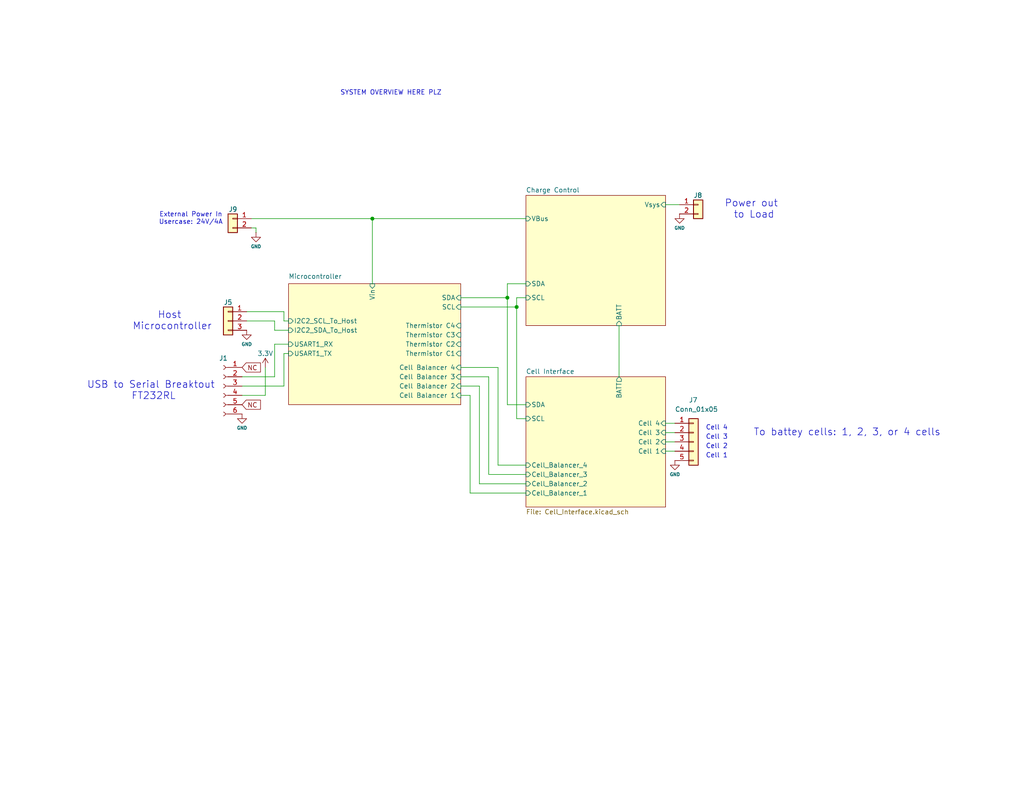
<source format=kicad_sch>
(kicad_sch
	(version 20250114)
	(generator "eeschema")
	(generator_version "9.0")
	(uuid "1ea1a1f5-2618-4570-85b6-e164c8f0e76f")
	(paper "A")
	(title_block
		(title "Battery Management System")
		(date "2025-04-21")
		(rev "0.0.4")
		(company "Portland State University")
		(comment 1 "Fernando Custodio, Tyler Tran")
		(comment 2 "Daniel Anishchenko, Cuauhtemoc Gomez, Cody Reid")
		(comment 3 "Capstone - Team #6")
	)
	(lib_symbols
		(symbol "Connector:Conn_01x06_Socket"
			(pin_names
				(offset 1.016)
				(hide yes)
			)
			(exclude_from_sim no)
			(in_bom yes)
			(on_board yes)
			(property "Reference" "J"
				(at 0 7.62 0)
				(effects
					(font
						(size 1.27 1.27)
					)
				)
			)
			(property "Value" "Conn_01x06_Socket"
				(at 0 -10.16 0)
				(effects
					(font
						(size 1.27 1.27)
					)
				)
			)
			(property "Footprint" ""
				(at 0 0 0)
				(effects
					(font
						(size 1.27 1.27)
					)
					(hide yes)
				)
			)
			(property "Datasheet" "~"
				(at 0 0 0)
				(effects
					(font
						(size 1.27 1.27)
					)
					(hide yes)
				)
			)
			(property "Description" "Generic connector, single row, 01x06, script generated"
				(at 0 0 0)
				(effects
					(font
						(size 1.27 1.27)
					)
					(hide yes)
				)
			)
			(property "ki_locked" ""
				(at 0 0 0)
				(effects
					(font
						(size 1.27 1.27)
					)
				)
			)
			(property "ki_keywords" "connector"
				(at 0 0 0)
				(effects
					(font
						(size 1.27 1.27)
					)
					(hide yes)
				)
			)
			(property "ki_fp_filters" "Connector*:*_1x??_*"
				(at 0 0 0)
				(effects
					(font
						(size 1.27 1.27)
					)
					(hide yes)
				)
			)
			(symbol "Conn_01x06_Socket_1_1"
				(polyline
					(pts
						(xy -1.27 5.08) (xy -0.508 5.08)
					)
					(stroke
						(width 0.1524)
						(type default)
					)
					(fill
						(type none)
					)
				)
				(polyline
					(pts
						(xy -1.27 2.54) (xy -0.508 2.54)
					)
					(stroke
						(width 0.1524)
						(type default)
					)
					(fill
						(type none)
					)
				)
				(polyline
					(pts
						(xy -1.27 0) (xy -0.508 0)
					)
					(stroke
						(width 0.1524)
						(type default)
					)
					(fill
						(type none)
					)
				)
				(polyline
					(pts
						(xy -1.27 -2.54) (xy -0.508 -2.54)
					)
					(stroke
						(width 0.1524)
						(type default)
					)
					(fill
						(type none)
					)
				)
				(polyline
					(pts
						(xy -1.27 -5.08) (xy -0.508 -5.08)
					)
					(stroke
						(width 0.1524)
						(type default)
					)
					(fill
						(type none)
					)
				)
				(polyline
					(pts
						(xy -1.27 -7.62) (xy -0.508 -7.62)
					)
					(stroke
						(width 0.1524)
						(type default)
					)
					(fill
						(type none)
					)
				)
				(arc
					(start 0 4.572)
					(mid -0.5058 5.08)
					(end 0 5.588)
					(stroke
						(width 0.1524)
						(type default)
					)
					(fill
						(type none)
					)
				)
				(arc
					(start 0 2.032)
					(mid -0.5058 2.54)
					(end 0 3.048)
					(stroke
						(width 0.1524)
						(type default)
					)
					(fill
						(type none)
					)
				)
				(arc
					(start 0 -0.508)
					(mid -0.5058 0)
					(end 0 0.508)
					(stroke
						(width 0.1524)
						(type default)
					)
					(fill
						(type none)
					)
				)
				(arc
					(start 0 -3.048)
					(mid -0.5058 -2.54)
					(end 0 -2.032)
					(stroke
						(width 0.1524)
						(type default)
					)
					(fill
						(type none)
					)
				)
				(arc
					(start 0 -5.588)
					(mid -0.5058 -5.08)
					(end 0 -4.572)
					(stroke
						(width 0.1524)
						(type default)
					)
					(fill
						(type none)
					)
				)
				(arc
					(start 0 -8.128)
					(mid -0.5058 -7.62)
					(end 0 -7.112)
					(stroke
						(width 0.1524)
						(type default)
					)
					(fill
						(type none)
					)
				)
				(pin passive line
					(at -5.08 5.08 0)
					(length 3.81)
					(name "Pin_1"
						(effects
							(font
								(size 1.27 1.27)
							)
						)
					)
					(number "1"
						(effects
							(font
								(size 1.27 1.27)
							)
						)
					)
				)
				(pin passive line
					(at -5.08 2.54 0)
					(length 3.81)
					(name "Pin_2"
						(effects
							(font
								(size 1.27 1.27)
							)
						)
					)
					(number "2"
						(effects
							(font
								(size 1.27 1.27)
							)
						)
					)
				)
				(pin passive line
					(at -5.08 0 0)
					(length 3.81)
					(name "Pin_3"
						(effects
							(font
								(size 1.27 1.27)
							)
						)
					)
					(number "3"
						(effects
							(font
								(size 1.27 1.27)
							)
						)
					)
				)
				(pin passive line
					(at -5.08 -2.54 0)
					(length 3.81)
					(name "Pin_4"
						(effects
							(font
								(size 1.27 1.27)
							)
						)
					)
					(number "4"
						(effects
							(font
								(size 1.27 1.27)
							)
						)
					)
				)
				(pin passive line
					(at -5.08 -5.08 0)
					(length 3.81)
					(name "Pin_5"
						(effects
							(font
								(size 1.27 1.27)
							)
						)
					)
					(number "5"
						(effects
							(font
								(size 1.27 1.27)
							)
						)
					)
				)
				(pin passive line
					(at -5.08 -7.62 0)
					(length 3.81)
					(name "Pin_6"
						(effects
							(font
								(size 1.27 1.27)
							)
						)
					)
					(number "6"
						(effects
							(font
								(size 1.27 1.27)
							)
						)
					)
				)
			)
			(embedded_fonts no)
		)
		(symbol "Connector_Generic:Conn_01x02"
			(pin_names
				(offset 1.016)
				(hide yes)
			)
			(exclude_from_sim no)
			(in_bom yes)
			(on_board yes)
			(property "Reference" "J"
				(at 0 2.54 0)
				(effects
					(font
						(size 1.27 1.27)
					)
				)
			)
			(property "Value" "Conn_01x02"
				(at 0 -5.08 0)
				(effects
					(font
						(size 1.27 1.27)
					)
				)
			)
			(property "Footprint" ""
				(at 0 0 0)
				(effects
					(font
						(size 1.27 1.27)
					)
					(hide yes)
				)
			)
			(property "Datasheet" "~"
				(at 0 0 0)
				(effects
					(font
						(size 1.27 1.27)
					)
					(hide yes)
				)
			)
			(property "Description" "Generic connector, single row, 01x02, script generated (kicad-library-utils/schlib/autogen/connector/)"
				(at 0 0 0)
				(effects
					(font
						(size 1.27 1.27)
					)
					(hide yes)
				)
			)
			(property "ki_keywords" "connector"
				(at 0 0 0)
				(effects
					(font
						(size 1.27 1.27)
					)
					(hide yes)
				)
			)
			(property "ki_fp_filters" "Connector*:*_1x??_*"
				(at 0 0 0)
				(effects
					(font
						(size 1.27 1.27)
					)
					(hide yes)
				)
			)
			(symbol "Conn_01x02_1_1"
				(rectangle
					(start -1.27 1.27)
					(end 1.27 -3.81)
					(stroke
						(width 0.254)
						(type default)
					)
					(fill
						(type background)
					)
				)
				(rectangle
					(start -1.27 0.127)
					(end 0 -0.127)
					(stroke
						(width 0.1524)
						(type default)
					)
					(fill
						(type none)
					)
				)
				(rectangle
					(start -1.27 -2.413)
					(end 0 -2.667)
					(stroke
						(width 0.1524)
						(type default)
					)
					(fill
						(type none)
					)
				)
				(pin passive line
					(at -5.08 0 0)
					(length 3.81)
					(name "Pin_1"
						(effects
							(font
								(size 1.27 1.27)
							)
						)
					)
					(number "1"
						(effects
							(font
								(size 1.27 1.27)
							)
						)
					)
				)
				(pin passive line
					(at -5.08 -2.54 0)
					(length 3.81)
					(name "Pin_2"
						(effects
							(font
								(size 1.27 1.27)
							)
						)
					)
					(number "2"
						(effects
							(font
								(size 1.27 1.27)
							)
						)
					)
				)
			)
			(embedded_fonts no)
		)
		(symbol "Connector_Generic:Conn_01x03"
			(pin_names
				(offset 1.016)
				(hide yes)
			)
			(exclude_from_sim no)
			(in_bom yes)
			(on_board yes)
			(property "Reference" "J"
				(at 0 5.08 0)
				(effects
					(font
						(size 1.27 1.27)
					)
				)
			)
			(property "Value" "Conn_01x03"
				(at 0 -5.08 0)
				(effects
					(font
						(size 1.27 1.27)
					)
				)
			)
			(property "Footprint" ""
				(at 0 0 0)
				(effects
					(font
						(size 1.27 1.27)
					)
					(hide yes)
				)
			)
			(property "Datasheet" "~"
				(at 0 0 0)
				(effects
					(font
						(size 1.27 1.27)
					)
					(hide yes)
				)
			)
			(property "Description" "Generic connector, single row, 01x03, script generated (kicad-library-utils/schlib/autogen/connector/)"
				(at 0 0 0)
				(effects
					(font
						(size 1.27 1.27)
					)
					(hide yes)
				)
			)
			(property "ki_keywords" "connector"
				(at 0 0 0)
				(effects
					(font
						(size 1.27 1.27)
					)
					(hide yes)
				)
			)
			(property "ki_fp_filters" "Connector*:*_1x??_*"
				(at 0 0 0)
				(effects
					(font
						(size 1.27 1.27)
					)
					(hide yes)
				)
			)
			(symbol "Conn_01x03_1_1"
				(rectangle
					(start -1.27 3.81)
					(end 1.27 -3.81)
					(stroke
						(width 0.254)
						(type default)
					)
					(fill
						(type background)
					)
				)
				(rectangle
					(start -1.27 2.667)
					(end 0 2.413)
					(stroke
						(width 0.1524)
						(type default)
					)
					(fill
						(type none)
					)
				)
				(rectangle
					(start -1.27 0.127)
					(end 0 -0.127)
					(stroke
						(width 0.1524)
						(type default)
					)
					(fill
						(type none)
					)
				)
				(rectangle
					(start -1.27 -2.413)
					(end 0 -2.667)
					(stroke
						(width 0.1524)
						(type default)
					)
					(fill
						(type none)
					)
				)
				(pin passive line
					(at -5.08 2.54 0)
					(length 3.81)
					(name "Pin_1"
						(effects
							(font
								(size 1.27 1.27)
							)
						)
					)
					(number "1"
						(effects
							(font
								(size 1.27 1.27)
							)
						)
					)
				)
				(pin passive line
					(at -5.08 0 0)
					(length 3.81)
					(name "Pin_2"
						(effects
							(font
								(size 1.27 1.27)
							)
						)
					)
					(number "2"
						(effects
							(font
								(size 1.27 1.27)
							)
						)
					)
				)
				(pin passive line
					(at -5.08 -2.54 0)
					(length 3.81)
					(name "Pin_3"
						(effects
							(font
								(size 1.27 1.27)
							)
						)
					)
					(number "3"
						(effects
							(font
								(size 1.27 1.27)
							)
						)
					)
				)
			)
			(embedded_fonts no)
		)
		(symbol "Connector_Generic:Conn_01x05"
			(pin_names
				(offset 1.016)
				(hide yes)
			)
			(exclude_from_sim no)
			(in_bom yes)
			(on_board yes)
			(property "Reference" "J"
				(at 0 7.62 0)
				(effects
					(font
						(size 1.27 1.27)
					)
				)
			)
			(property "Value" "Conn_01x05"
				(at 0 -7.62 0)
				(effects
					(font
						(size 1.27 1.27)
					)
				)
			)
			(property "Footprint" ""
				(at 0 0 0)
				(effects
					(font
						(size 1.27 1.27)
					)
					(hide yes)
				)
			)
			(property "Datasheet" "~"
				(at 0 0 0)
				(effects
					(font
						(size 1.27 1.27)
					)
					(hide yes)
				)
			)
			(property "Description" "Generic connector, single row, 01x05, script generated (kicad-library-utils/schlib/autogen/connector/)"
				(at 0 0 0)
				(effects
					(font
						(size 1.27 1.27)
					)
					(hide yes)
				)
			)
			(property "ki_keywords" "connector"
				(at 0 0 0)
				(effects
					(font
						(size 1.27 1.27)
					)
					(hide yes)
				)
			)
			(property "ki_fp_filters" "Connector*:*_1x??_*"
				(at 0 0 0)
				(effects
					(font
						(size 1.27 1.27)
					)
					(hide yes)
				)
			)
			(symbol "Conn_01x05_1_1"
				(rectangle
					(start -1.27 6.35)
					(end 1.27 -6.35)
					(stroke
						(width 0.254)
						(type default)
					)
					(fill
						(type background)
					)
				)
				(rectangle
					(start -1.27 5.207)
					(end 0 4.953)
					(stroke
						(width 0.1524)
						(type default)
					)
					(fill
						(type none)
					)
				)
				(rectangle
					(start -1.27 2.667)
					(end 0 2.413)
					(stroke
						(width 0.1524)
						(type default)
					)
					(fill
						(type none)
					)
				)
				(rectangle
					(start -1.27 0.127)
					(end 0 -0.127)
					(stroke
						(width 0.1524)
						(type default)
					)
					(fill
						(type none)
					)
				)
				(rectangle
					(start -1.27 -2.413)
					(end 0 -2.667)
					(stroke
						(width 0.1524)
						(type default)
					)
					(fill
						(type none)
					)
				)
				(rectangle
					(start -1.27 -4.953)
					(end 0 -5.207)
					(stroke
						(width 0.1524)
						(type default)
					)
					(fill
						(type none)
					)
				)
				(pin passive line
					(at -5.08 5.08 0)
					(length 3.81)
					(name "Pin_1"
						(effects
							(font
								(size 1.27 1.27)
							)
						)
					)
					(number "1"
						(effects
							(font
								(size 1.27 1.27)
							)
						)
					)
				)
				(pin passive line
					(at -5.08 2.54 0)
					(length 3.81)
					(name "Pin_2"
						(effects
							(font
								(size 1.27 1.27)
							)
						)
					)
					(number "2"
						(effects
							(font
								(size 1.27 1.27)
							)
						)
					)
				)
				(pin passive line
					(at -5.08 0 0)
					(length 3.81)
					(name "Pin_3"
						(effects
							(font
								(size 1.27 1.27)
							)
						)
					)
					(number "3"
						(effects
							(font
								(size 1.27 1.27)
							)
						)
					)
				)
				(pin passive line
					(at -5.08 -2.54 0)
					(length 3.81)
					(name "Pin_4"
						(effects
							(font
								(size 1.27 1.27)
							)
						)
					)
					(number "4"
						(effects
							(font
								(size 1.27 1.27)
							)
						)
					)
				)
				(pin passive line
					(at -5.08 -5.08 0)
					(length 3.81)
					(name "Pin_5"
						(effects
							(font
								(size 1.27 1.27)
							)
						)
					)
					(number "5"
						(effects
							(font
								(size 1.27 1.27)
							)
						)
					)
				)
			)
			(embedded_fonts no)
		)
		(symbol "power:GND"
			(power)
			(pin_numbers
				(hide yes)
			)
			(pin_names
				(offset 0)
				(hide yes)
			)
			(exclude_from_sim no)
			(in_bom yes)
			(on_board yes)
			(property "Reference" "#PWR"
				(at 0 -6.35 0)
				(effects
					(font
						(size 1.27 1.27)
					)
					(hide yes)
				)
			)
			(property "Value" "GND"
				(at 0 -3.81 0)
				(effects
					(font
						(size 1.27 1.27)
					)
				)
			)
			(property "Footprint" ""
				(at 0 0 0)
				(effects
					(font
						(size 1.27 1.27)
					)
					(hide yes)
				)
			)
			(property "Datasheet" ""
				(at 0 0 0)
				(effects
					(font
						(size 1.27 1.27)
					)
					(hide yes)
				)
			)
			(property "Description" "Power symbol creates a global label with name \"GND\" , ground"
				(at 0 0 0)
				(effects
					(font
						(size 1.27 1.27)
					)
					(hide yes)
				)
			)
			(property "ki_keywords" "global power"
				(at 0 0 0)
				(effects
					(font
						(size 1.27 1.27)
					)
					(hide yes)
				)
			)
			(symbol "GND_0_1"
				(polyline
					(pts
						(xy 0 0) (xy 0 -1.27) (xy 1.27 -1.27) (xy 0 -2.54) (xy -1.27 -1.27) (xy 0 -1.27)
					)
					(stroke
						(width 0)
						(type default)
					)
					(fill
						(type none)
					)
				)
			)
			(symbol "GND_1_1"
				(pin power_in line
					(at 0 0 270)
					(length 0)
					(name "~"
						(effects
							(font
								(size 1.27 1.27)
							)
						)
					)
					(number "1"
						(effects
							(font
								(size 1.27 1.27)
							)
						)
					)
				)
			)
			(embedded_fonts no)
		)
		(symbol "power:VCC"
			(power)
			(pin_numbers
				(hide yes)
			)
			(pin_names
				(offset 0)
				(hide yes)
			)
			(exclude_from_sim no)
			(in_bom yes)
			(on_board yes)
			(property "Reference" "#PWR"
				(at 0 -3.81 0)
				(effects
					(font
						(size 1.27 1.27)
					)
					(hide yes)
				)
			)
			(property "Value" "VCC"
				(at 0 3.556 0)
				(effects
					(font
						(size 1.27 1.27)
					)
				)
			)
			(property "Footprint" ""
				(at 0 0 0)
				(effects
					(font
						(size 1.27 1.27)
					)
					(hide yes)
				)
			)
			(property "Datasheet" ""
				(at 0 0 0)
				(effects
					(font
						(size 1.27 1.27)
					)
					(hide yes)
				)
			)
			(property "Description" "Power symbol creates a global label with name \"VCC\""
				(at 0 0 0)
				(effects
					(font
						(size 1.27 1.27)
					)
					(hide yes)
				)
			)
			(property "ki_keywords" "global power"
				(at 0 0 0)
				(effects
					(font
						(size 1.27 1.27)
					)
					(hide yes)
				)
			)
			(symbol "VCC_0_1"
				(polyline
					(pts
						(xy -0.762 1.27) (xy 0 2.54)
					)
					(stroke
						(width 0)
						(type default)
					)
					(fill
						(type none)
					)
				)
				(polyline
					(pts
						(xy 0 2.54) (xy 0.762 1.27)
					)
					(stroke
						(width 0)
						(type default)
					)
					(fill
						(type none)
					)
				)
				(polyline
					(pts
						(xy 0 0) (xy 0 2.54)
					)
					(stroke
						(width 0)
						(type default)
					)
					(fill
						(type none)
					)
				)
			)
			(symbol "VCC_1_1"
				(pin power_in line
					(at 0 0 90)
					(length 0)
					(name "~"
						(effects
							(font
								(size 1.27 1.27)
							)
						)
					)
					(number "1"
						(effects
							(font
								(size 1.27 1.27)
							)
						)
					)
				)
			)
			(embedded_fonts no)
		)
	)
	(text "Cell 3"
		(exclude_from_sim no)
		(at 195.58 119.38 0)
		(effects
			(font
				(size 1.27 1.27)
			)
		)
		(uuid "07891edd-7b62-40e1-b439-ab68dcaf36a5")
	)
	(text "Host \nMicrocontroller"
		(exclude_from_sim no)
		(at 46.99 87.63 0)
		(effects
			(font
				(size 1.905 1.905)
			)
		)
		(uuid "367f4b59-7586-43f3-93e1-d0541687a929")
	)
	(text "Cell 4\n"
		(exclude_from_sim no)
		(at 195.58 116.84 0)
		(effects
			(font
				(size 1.27 1.27)
			)
		)
		(uuid "40b6fcd5-b919-4f59-8a3e-202cb2c474e6")
	)
	(text "To battey cells: 1, 2, 3, or 4 cells"
		(exclude_from_sim no)
		(at 231.14 118.11 0)
		(effects
			(font
				(size 1.905 1.905)
			)
		)
		(uuid "4e211c64-d88f-45fb-a297-293a16146159")
	)
	(text "Cell 2"
		(exclude_from_sim no)
		(at 195.58 121.92 0)
		(effects
			(font
				(size 1.27 1.27)
			)
		)
		(uuid "500d1c11-c248-4737-b123-bb5acde967f4")
	)
	(text "SYSTEM OVERVIEW HERE PLZ"
		(exclude_from_sim no)
		(at 106.68 25.4 0)
		(effects
			(font
				(size 1.27 1.27)
			)
		)
		(uuid "54e5d1d7-bcec-4498-85e2-ef0df3fd90ea")
	)
	(text "Power out \nto Load"
		(exclude_from_sim no)
		(at 205.74 57.15 0)
		(effects
			(font
				(size 1.905 1.905)
			)
		)
		(uuid "61d6a947-b613-4f53-8d4d-8e25fde99b86")
	)
	(text "USB to Serial Breaktout \nFT232RL"
		(exclude_from_sim no)
		(at 41.91 106.68 0)
		(effects
			(font
				(size 1.905 1.905)
			)
		)
		(uuid "6f879bed-714a-4381-ad5e-70b4aaf780d2")
	)
	(text "External Power In\nUsercase: 24V/4A"
		(exclude_from_sim no)
		(at 52.07 59.69 0)
		(effects
			(font
				(size 1.27 1.27)
			)
		)
		(uuid "7a99e2b6-e18a-4e08-8d93-803ddd94bf82")
	)
	(text "Cell 1\n"
		(exclude_from_sim no)
		(at 195.58 124.46 0)
		(effects
			(font
				(size 1.27 1.27)
			)
		)
		(uuid "b461102d-0e53-4541-8c71-91ac2f3ce261")
	)
	(junction
		(at 138.43 81.28)
		(diameter 0)
		(color 0 0 0 0)
		(uuid "1f16a782-7e58-44e6-a051-31aa8b85dd11")
	)
	(junction
		(at 101.6 59.69)
		(diameter 0)
		(color 0 0 0 0)
		(uuid "4cbaf06b-9bf3-4bc2-bb2d-8b17d8b3d9b1")
	)
	(junction
		(at 140.97 83.82)
		(diameter 0)
		(color 0 0 0 0)
		(uuid "db516c99-8f4d-4ea8-bf8f-239145bc01fe")
	)
	(wire
		(pts
			(xy 143.51 114.3) (xy 140.97 114.3)
		)
		(stroke
			(width 0)
			(type default)
		)
		(uuid "0434caae-9c87-4ffc-a2b6-cec925f5aff1")
	)
	(wire
		(pts
			(xy 125.73 81.28) (xy 138.43 81.28)
		)
		(stroke
			(width 0)
			(type default)
		)
		(uuid "04dfb4e0-2091-484d-9778-d2fea84086da")
	)
	(wire
		(pts
			(xy 181.61 123.19) (xy 184.15 123.19)
		)
		(stroke
			(width 0)
			(type default)
		)
		(uuid "07bb2dc4-0037-4372-8863-3eaead60747a")
	)
	(wire
		(pts
			(xy 181.61 115.57) (xy 184.15 115.57)
		)
		(stroke
			(width 0)
			(type default)
		)
		(uuid "0847cfeb-dba7-4e5a-b5f7-bef0b10e5c21")
	)
	(wire
		(pts
			(xy 77.47 85.09) (xy 67.31 85.09)
		)
		(stroke
			(width 0)
			(type default)
		)
		(uuid "08b10c7d-1e5c-4b68-a7b7-53a2b921beb5")
	)
	(wire
		(pts
			(xy 68.58 59.69) (xy 101.6 59.69)
		)
		(stroke
			(width 0)
			(type default)
		)
		(uuid "1b8248b7-1bb9-4087-9e9e-d5019c531149")
	)
	(wire
		(pts
			(xy 125.73 83.82) (xy 140.97 83.82)
		)
		(stroke
			(width 0)
			(type default)
		)
		(uuid "1e02b80f-5512-482b-92d1-5e13700613f9")
	)
	(wire
		(pts
			(xy 66.04 102.87) (xy 74.93 102.87)
		)
		(stroke
			(width 0)
			(type default)
		)
		(uuid "2c4b0ba0-c834-4fc1-9c70-e8dbd6036e06")
	)
	(wire
		(pts
			(xy 138.43 81.28) (xy 138.43 110.49)
		)
		(stroke
			(width 0)
			(type default)
		)
		(uuid "2e3a0946-8b3e-4726-a65a-710eb02640c3")
	)
	(wire
		(pts
			(xy 133.35 129.54) (xy 133.35 102.87)
		)
		(stroke
			(width 0)
			(type default)
		)
		(uuid "33120591-a152-44be-b669-c5126dcd84f7")
	)
	(wire
		(pts
			(xy 168.91 88.9) (xy 168.91 102.87)
		)
		(stroke
			(width 0)
			(type default)
		)
		(uuid "4251412a-c6bc-46a2-ada6-5632f42f3add")
	)
	(wire
		(pts
			(xy 128.27 134.62) (xy 143.51 134.62)
		)
		(stroke
			(width 0)
			(type default)
		)
		(uuid "429196fc-8a90-40de-b6bb-e54622e8cf3a")
	)
	(wire
		(pts
			(xy 74.93 90.17) (xy 78.74 90.17)
		)
		(stroke
			(width 0)
			(type default)
		)
		(uuid "42f46b95-1866-4067-8149-82804351f1f2")
	)
	(wire
		(pts
			(xy 74.93 93.98) (xy 78.74 93.98)
		)
		(stroke
			(width 0)
			(type default)
		)
		(uuid "49be7b07-5382-4ada-b8df-f0678a2338de")
	)
	(wire
		(pts
			(xy 69.85 63.5) (xy 69.85 62.23)
		)
		(stroke
			(width 0)
			(type default)
		)
		(uuid "4afc30cc-3a0d-4122-9b73-1cffcd0b4de6")
	)
	(wire
		(pts
			(xy 135.89 127) (xy 143.51 127)
		)
		(stroke
			(width 0)
			(type default)
		)
		(uuid "527521a1-5e89-4bb0-97ae-991b82581100")
	)
	(wire
		(pts
			(xy 133.35 102.87) (xy 125.73 102.87)
		)
		(stroke
			(width 0)
			(type default)
		)
		(uuid "54432661-f6e9-4b55-953b-21b09150ed6d")
	)
	(wire
		(pts
			(xy 74.93 102.87) (xy 74.93 93.98)
		)
		(stroke
			(width 0)
			(type default)
		)
		(uuid "57876ffd-f133-4320-ae39-dccb3685dc16")
	)
	(wire
		(pts
			(xy 140.97 81.28) (xy 140.97 83.82)
		)
		(stroke
			(width 0)
			(type default)
		)
		(uuid "59b8e277-8fb7-4b16-8c9c-7d4beb67066e")
	)
	(wire
		(pts
			(xy 128.27 107.95) (xy 128.27 134.62)
		)
		(stroke
			(width 0)
			(type default)
		)
		(uuid "5da4fb50-bd2b-44fd-a62c-65180704f91b")
	)
	(wire
		(pts
			(xy 130.81 132.08) (xy 143.51 132.08)
		)
		(stroke
			(width 0)
			(type default)
		)
		(uuid "601e1868-944c-409f-bd84-2d96768b6296")
	)
	(wire
		(pts
			(xy 74.93 90.17) (xy 74.93 87.63)
		)
		(stroke
			(width 0)
			(type default)
		)
		(uuid "7a8e3cb0-f433-4115-99c7-900a258c45e4")
	)
	(wire
		(pts
			(xy 77.47 96.52) (xy 78.74 96.52)
		)
		(stroke
			(width 0)
			(type default)
		)
		(uuid "860bad10-94ce-4131-af62-a08d71bcb5cb")
	)
	(wire
		(pts
			(xy 66.04 105.41) (xy 77.47 105.41)
		)
		(stroke
			(width 0)
			(type default)
		)
		(uuid "8c1540d2-6992-4866-9aee-d07e440af2d1")
	)
	(wire
		(pts
			(xy 69.85 62.23) (xy 68.58 62.23)
		)
		(stroke
			(width 0)
			(type default)
		)
		(uuid "97f6896d-cad7-48ae-ab82-934545144d7a")
	)
	(wire
		(pts
			(xy 101.6 59.69) (xy 143.51 59.69)
		)
		(stroke
			(width 0)
			(type default)
		)
		(uuid "98c01762-d442-40ea-8437-5efcf3d1c741")
	)
	(wire
		(pts
			(xy 77.47 105.41) (xy 77.47 96.52)
		)
		(stroke
			(width 0)
			(type default)
		)
		(uuid "af41f639-c181-418a-9aaa-20ec0e33fc3f")
	)
	(wire
		(pts
			(xy 77.47 87.63) (xy 77.47 85.09)
		)
		(stroke
			(width 0)
			(type default)
		)
		(uuid "b0257f82-4ca0-482b-b4bc-2a7e1858c03a")
	)
	(wire
		(pts
			(xy 74.93 87.63) (xy 67.31 87.63)
		)
		(stroke
			(width 0)
			(type default)
		)
		(uuid "b0eaa9d5-c2a3-4d96-9be9-e20fb5ce069c")
	)
	(wire
		(pts
			(xy 125.73 105.41) (xy 130.81 105.41)
		)
		(stroke
			(width 0)
			(type default)
		)
		(uuid "b38d966c-b5d7-4c91-b9fb-6024bd1d9849")
	)
	(wire
		(pts
			(xy 138.43 77.47) (xy 138.43 81.28)
		)
		(stroke
			(width 0)
			(type default)
		)
		(uuid "b5a01578-1772-401f-a7dd-7e8bfd54bfc4")
	)
	(wire
		(pts
			(xy 130.81 105.41) (xy 130.81 132.08)
		)
		(stroke
			(width 0)
			(type default)
		)
		(uuid "b5b1f04a-472a-4430-bc9b-0330bcc09b7b")
	)
	(wire
		(pts
			(xy 72.39 100.33) (xy 72.39 107.95)
		)
		(stroke
			(width 0)
			(type default)
		)
		(uuid "b8415f67-bfa9-46e6-bc1f-efcdc5174abc")
	)
	(wire
		(pts
			(xy 140.97 81.28) (xy 143.51 81.28)
		)
		(stroke
			(width 0)
			(type default)
		)
		(uuid "ba359586-6e50-4d30-a009-edc0b6660142")
	)
	(wire
		(pts
			(xy 138.43 77.47) (xy 143.51 77.47)
		)
		(stroke
			(width 0)
			(type default)
		)
		(uuid "ba55c7a1-754f-41e9-a3dd-4dc97da78998")
	)
	(wire
		(pts
			(xy 181.61 118.11) (xy 184.15 118.11)
		)
		(stroke
			(width 0)
			(type default)
		)
		(uuid "c43e33fc-17f2-49f5-bf11-f883923faae1")
	)
	(wire
		(pts
			(xy 135.89 100.33) (xy 135.89 127)
		)
		(stroke
			(width 0)
			(type default)
		)
		(uuid "c549e5f4-6396-4b3e-8b99-cd6bb8cd207f")
	)
	(wire
		(pts
			(xy 125.73 107.95) (xy 128.27 107.95)
		)
		(stroke
			(width 0)
			(type default)
		)
		(uuid "c6eea1d2-a131-46d9-a188-e584e103d628")
	)
	(wire
		(pts
			(xy 140.97 83.82) (xy 140.97 114.3)
		)
		(stroke
			(width 0)
			(type default)
		)
		(uuid "c885a952-3805-41da-932c-0cae87496849")
	)
	(wire
		(pts
			(xy 77.47 87.63) (xy 78.74 87.63)
		)
		(stroke
			(width 0)
			(type default)
		)
		(uuid "cebbb4b6-6bd1-41a0-915b-7c823f372534")
	)
	(wire
		(pts
			(xy 181.61 55.88) (xy 185.42 55.88)
		)
		(stroke
			(width 0)
			(type default)
		)
		(uuid "d5302804-6c5d-4e19-8cee-da432058f961")
	)
	(wire
		(pts
			(xy 143.51 129.54) (xy 133.35 129.54)
		)
		(stroke
			(width 0)
			(type default)
		)
		(uuid "f3d2bf63-d812-48c7-824c-29894f113809")
	)
	(wire
		(pts
			(xy 143.51 110.49) (xy 138.43 110.49)
		)
		(stroke
			(width 0)
			(type default)
		)
		(uuid "f43aa49f-1ad3-4f44-8d78-a7d09a8a0539")
	)
	(wire
		(pts
			(xy 101.6 59.69) (xy 101.6 77.47)
		)
		(stroke
			(width 0)
			(type default)
		)
		(uuid "f56bc468-1989-4bd9-956f-5c724685e106")
	)
	(wire
		(pts
			(xy 125.73 100.33) (xy 135.89 100.33)
		)
		(stroke
			(width 0)
			(type default)
		)
		(uuid "f91f857c-849e-48e5-9350-1fddeda14087")
	)
	(wire
		(pts
			(xy 181.61 120.65) (xy 184.15 120.65)
		)
		(stroke
			(width 0)
			(type default)
		)
		(uuid "fc851406-f210-463d-9cf3-911f9adc3a05")
	)
	(wire
		(pts
			(xy 72.39 107.95) (xy 66.04 107.95)
		)
		(stroke
			(width 0)
			(type default)
		)
		(uuid "ffff8205-6b0e-4b7c-9523-d131557d61fd")
	)
	(global_label "NC"
		(shape input)
		(at 66.04 100.33 0)
		(fields_autoplaced yes)
		(effects
			(font
				(size 1.27 1.27)
			)
			(justify left)
		)
		(uuid "8bd0b450-e52f-40bf-904a-576c75f04bb4")
		(property "Intersheetrefs" "${INTERSHEET_REFS}"
			(at 71.6257 100.33 0)
			(effects
				(font
					(size 1.27 1.27)
				)
				(justify left)
				(hide yes)
			)
		)
	)
	(global_label "NC"
		(shape input)
		(at 66.04 110.49 0)
		(fields_autoplaced yes)
		(effects
			(font
				(size 1.27 1.27)
			)
			(justify left)
		)
		(uuid "bebefc62-f626-4070-a27d-21b1a79f2266")
		(property "Intersheetrefs" "${INTERSHEET_REFS}"
			(at 71.6257 110.49 0)
			(effects
				(font
					(size 1.27 1.27)
				)
				(justify left)
				(hide yes)
			)
		)
	)
	(symbol
		(lib_id "power:GND")
		(at 66.04 113.03 0)
		(unit 1)
		(exclude_from_sim no)
		(in_bom yes)
		(on_board yes)
		(dnp no)
		(uuid "0333e382-e82b-4106-af59-67b1a8375ae1")
		(property "Reference" "#PWR077"
			(at 66.04 119.38 0)
			(effects
				(font
					(size 1.27 1.27)
				)
				(hide yes)
			)
		)
		(property "Value" "GND"
			(at 66.04 116.84 0)
			(effects
				(font
					(size 0.889 0.889)
				)
			)
		)
		(property "Footprint" ""
			(at 66.04 113.03 0)
			(effects
				(font
					(size 1.27 1.27)
				)
				(hide yes)
			)
		)
		(property "Datasheet" ""
			(at 66.04 113.03 0)
			(effects
				(font
					(size 1.27 1.27)
				)
				(hide yes)
			)
		)
		(property "Description" "Power symbol creates a global label with name \"GND\" , ground"
			(at 66.04 113.03 0)
			(effects
				(font
					(size 1.27 1.27)
				)
				(hide yes)
			)
		)
		(pin "1"
			(uuid "56851995-c968-4259-8053-c055171f0907")
		)
		(instances
			(project "Battery Management System"
				(path "/1ea1a1f5-2618-4570-85b6-e164c8f0e76f"
					(reference "#PWR077")
					(unit 1)
				)
			)
		)
	)
	(symbol
		(lib_id "power:GND")
		(at 67.31 90.17 0)
		(unit 1)
		(exclude_from_sim no)
		(in_bom yes)
		(on_board yes)
		(dnp no)
		(uuid "0a8985c8-841d-482d-976d-2d8bae7cde1e")
		(property "Reference" "#PWR076"
			(at 67.31 96.52 0)
			(effects
				(font
					(size 1.27 1.27)
				)
				(hide yes)
			)
		)
		(property "Value" "GND"
			(at 67.31 93.98 0)
			(effects
				(font
					(size 0.889 0.889)
				)
			)
		)
		(property "Footprint" ""
			(at 67.31 90.17 0)
			(effects
				(font
					(size 1.27 1.27)
				)
				(hide yes)
			)
		)
		(property "Datasheet" ""
			(at 67.31 90.17 0)
			(effects
				(font
					(size 1.27 1.27)
				)
				(hide yes)
			)
		)
		(property "Description" "Power symbol creates a global label with name \"GND\" , ground"
			(at 67.31 90.17 0)
			(effects
				(font
					(size 1.27 1.27)
				)
				(hide yes)
			)
		)
		(pin "1"
			(uuid "44a4a0da-9323-4ea4-b8ec-daba658f62cf")
		)
		(instances
			(project "Battery Management System"
				(path "/1ea1a1f5-2618-4570-85b6-e164c8f0e76f"
					(reference "#PWR076")
					(unit 1)
				)
			)
		)
	)
	(symbol
		(lib_id "Connector_Generic:Conn_01x03")
		(at 62.23 87.63 0)
		(mirror y)
		(unit 1)
		(exclude_from_sim no)
		(in_bom yes)
		(on_board yes)
		(dnp no)
		(uuid "12c57ed8-be24-4f1e-8705-fde78ac14342")
		(property "Reference" "J5"
			(at 62.23 82.55 0)
			(effects
				(font
					(size 1.27 1.27)
				)
			)
		)
		(property "Value" "Conn_01x03"
			(at 62.23 81.28 0)
			(effects
				(font
					(size 1.27 1.27)
				)
				(hide yes)
			)
		)
		(property "Footprint" "Connector_PinHeader_2.54mm:PinHeader_1x03_P2.54mm_Vertical"
			(at 62.23 87.63 0)
			(effects
				(font
					(size 1.27 1.27)
				)
				(hide yes)
			)
		)
		(property "Datasheet" "~"
			(at 62.23 87.63 0)
			(effects
				(font
					(size 1.27 1.27)
				)
				(hide yes)
			)
		)
		(property "Description" "Generic connector, single row, 01x03, script generated (kicad-library-utils/schlib/autogen/connector/)"
			(at 62.23 87.63 0)
			(effects
				(font
					(size 1.27 1.27)
				)
				(hide yes)
			)
		)
		(pin "2"
			(uuid "78349864-1511-46f8-82f8-d17a00b785e0")
		)
		(pin "3"
			(uuid "337e2e4c-f836-4769-901f-02c170d6fe56")
		)
		(pin "1"
			(uuid "4e3b474f-e3e3-4f77-b564-62e18094db63")
		)
		(instances
			(project ""
				(path "/1ea1a1f5-2618-4570-85b6-e164c8f0e76f"
					(reference "J5")
					(unit 1)
				)
			)
		)
	)
	(symbol
		(lib_id "Connector:Conn_01x06_Socket")
		(at 60.96 105.41 0)
		(mirror y)
		(unit 1)
		(exclude_from_sim no)
		(in_bom yes)
		(on_board yes)
		(dnp no)
		(uuid "2445d403-ebc9-4798-ac66-0e1bbc494c6a")
		(property "Reference" "J1"
			(at 60.96 97.79 0)
			(effects
				(font
					(size 1.27 1.27)
				)
			)
		)
		(property "Value" "Conn_01x06_Socket"
			(at 57.15 97.79 0)
			(effects
				(font
					(size 1.27 1.27)
				)
				(hide yes)
			)
		)
		(property "Footprint" "Connector_PinHeader_2.54mm:PinHeader_1x06_P2.54mm_Vertical"
			(at 60.96 105.41 0)
			(effects
				(font
					(size 1.27 1.27)
				)
				(hide yes)
			)
		)
		(property "Datasheet" "~"
			(at 60.96 105.41 0)
			(effects
				(font
					(size 1.27 1.27)
				)
				(hide yes)
			)
		)
		(property "Description" "Generic connector, single row, 01x06, script generated"
			(at 60.96 105.41 0)
			(effects
				(font
					(size 1.27 1.27)
				)
				(hide yes)
			)
		)
		(pin "6"
			(uuid "2ddea467-a910-474f-9343-dc21cd82b47d")
		)
		(pin "1"
			(uuid "00484a9e-1b9c-4f23-86c3-9ea03076d0fd")
		)
		(pin "4"
			(uuid "880ccabe-64c9-4a05-b377-947b4e628ea0")
		)
		(pin "5"
			(uuid "ea7cc1a3-2370-407a-86c2-2c02a2baee8b")
		)
		(pin "2"
			(uuid "27291ecd-f619-47b1-9532-429818b63490")
		)
		(pin "3"
			(uuid "be88c85b-d61b-4cc2-bf9c-e47e30950d66")
		)
		(instances
			(project ""
				(path "/1ea1a1f5-2618-4570-85b6-e164c8f0e76f"
					(reference "J1")
					(unit 1)
				)
			)
		)
	)
	(symbol
		(lib_id "power:GND")
		(at 184.15 125.73 0)
		(unit 1)
		(exclude_from_sim no)
		(in_bom yes)
		(on_board yes)
		(dnp no)
		(uuid "670bbf02-988e-4985-a7f8-43a74af82913")
		(property "Reference" "#PWR078"
			(at 184.15 132.08 0)
			(effects
				(font
					(size 1.27 1.27)
				)
				(hide yes)
			)
		)
		(property "Value" "GND"
			(at 184.15 129.54 0)
			(effects
				(font
					(size 0.889 0.889)
				)
			)
		)
		(property "Footprint" ""
			(at 184.15 125.73 0)
			(effects
				(font
					(size 1.27 1.27)
				)
				(hide yes)
			)
		)
		(property "Datasheet" ""
			(at 184.15 125.73 0)
			(effects
				(font
					(size 1.27 1.27)
				)
				(hide yes)
			)
		)
		(property "Description" "Power symbol creates a global label with name \"GND\" , ground"
			(at 184.15 125.73 0)
			(effects
				(font
					(size 1.27 1.27)
				)
				(hide yes)
			)
		)
		(pin "1"
			(uuid "76a40935-cb5e-4bfe-b0a9-d245a44a89e4")
		)
		(instances
			(project "Battery Management System"
				(path "/1ea1a1f5-2618-4570-85b6-e164c8f0e76f"
					(reference "#PWR078")
					(unit 1)
				)
			)
		)
	)
	(symbol
		(lib_id "power:GND")
		(at 185.42 58.42 0)
		(mirror y)
		(unit 1)
		(exclude_from_sim no)
		(in_bom yes)
		(on_board yes)
		(dnp no)
		(uuid "850bd9de-204f-46b1-8924-656250717e1f")
		(property "Reference" "#PWR082"
			(at 185.42 64.77 0)
			(effects
				(font
					(size 1.27 1.27)
				)
				(hide yes)
			)
		)
		(property "Value" "GND"
			(at 185.42 62.23 0)
			(effects
				(font
					(size 0.889 0.889)
				)
			)
		)
		(property "Footprint" ""
			(at 185.42 58.42 0)
			(effects
				(font
					(size 1.27 1.27)
				)
				(hide yes)
			)
		)
		(property "Datasheet" ""
			(at 185.42 58.42 0)
			(effects
				(font
					(size 1.27 1.27)
				)
				(hide yes)
			)
		)
		(property "Description" "Power symbol creates a global label with name \"GND\" , ground"
			(at 185.42 58.42 0)
			(effects
				(font
					(size 1.27 1.27)
				)
				(hide yes)
			)
		)
		(pin "1"
			(uuid "c68915b7-a77c-4b62-badd-54fee108e3ab")
		)
		(instances
			(project "Battery Management System"
				(path "/1ea1a1f5-2618-4570-85b6-e164c8f0e76f"
					(reference "#PWR082")
					(unit 1)
				)
			)
		)
	)
	(symbol
		(lib_id "power:VCC")
		(at 72.39 100.33 0)
		(unit 1)
		(exclude_from_sim no)
		(in_bom yes)
		(on_board yes)
		(dnp no)
		(uuid "8576930e-0059-4294-b449-f37b2736e307")
		(property "Reference" "#PWR045"
			(at 72.39 104.14 0)
			(effects
				(font
					(size 1.27 1.27)
				)
				(hide yes)
			)
		)
		(property "Value" "3.3V"
			(at 72.39 96.52 0)
			(effects
				(font
					(size 1.27 1.27)
				)
			)
		)
		(property "Footprint" ""
			(at 72.39 100.33 0)
			(effects
				(font
					(size 1.27 1.27)
				)
				(hide yes)
			)
		)
		(property "Datasheet" ""
			(at 72.39 100.33 0)
			(effects
				(font
					(size 1.27 1.27)
				)
				(hide yes)
			)
		)
		(property "Description" "Power symbol creates a global label with name \"VCC\""
			(at 72.39 100.33 0)
			(effects
				(font
					(size 1.27 1.27)
				)
				(hide yes)
			)
		)
		(pin "1"
			(uuid "604af3b0-0f06-42b0-bfdd-b6c3a352b63a")
		)
		(instances
			(project "Battery_Management_System"
				(path "/1ea1a1f5-2618-4570-85b6-e164c8f0e76f"
					(reference "#PWR045")
					(unit 1)
				)
			)
		)
	)
	(symbol
		(lib_id "Connector_Generic:Conn_01x02")
		(at 190.5 55.88 0)
		(unit 1)
		(exclude_from_sim no)
		(in_bom yes)
		(on_board yes)
		(dnp no)
		(uuid "a4724f70-690b-4a1b-941d-f83a3d6c3ee6")
		(property "Reference" "J8"
			(at 189.23 53.34 0)
			(effects
				(font
					(size 1.27 1.27)
				)
				(justify left)
			)
		)
		(property "Value" "Conn_01x02"
			(at 190.5 52.07 0)
			(effects
				(font
					(size 1.27 1.27)
				)
				(hide yes)
			)
		)
		(property "Footprint" "Connector_PinHeader_2.54mm:PinHeader_1x02_P2.54mm_Vertical"
			(at 190.5 55.88 0)
			(effects
				(font
					(size 1.27 1.27)
				)
				(hide yes)
			)
		)
		(property "Datasheet" "~"
			(at 190.5 55.88 0)
			(effects
				(font
					(size 1.27 1.27)
				)
				(hide yes)
			)
		)
		(property "Description" "Generic connector, single row, 01x02, script generated (kicad-library-utils/schlib/autogen/connector/)"
			(at 190.5 55.88 0)
			(effects
				(font
					(size 1.27 1.27)
				)
				(hide yes)
			)
		)
		(pin "2"
			(uuid "bb90a952-a5ea-4cb3-9e9c-9f7cdf1db9c7")
		)
		(pin "1"
			(uuid "5c1e03f6-0148-4499-9314-5fdf84135f9e")
		)
		(instances
			(project "Battery Management System"
				(path "/1ea1a1f5-2618-4570-85b6-e164c8f0e76f"
					(reference "J8")
					(unit 1)
				)
			)
		)
	)
	(symbol
		(lib_id "Connector_Generic:Conn_01x05")
		(at 189.23 120.65 0)
		(unit 1)
		(exclude_from_sim no)
		(in_bom yes)
		(on_board yes)
		(dnp no)
		(uuid "ae5adf3a-6ebc-419d-b54a-e46ad65377de")
		(property "Reference" "J7"
			(at 187.96 109.22 0)
			(effects
				(font
					(size 1.27 1.27)
				)
				(justify left)
			)
		)
		(property "Value" "Conn_01x05"
			(at 184.15 111.76 0)
			(effects
				(font
					(size 1.27 1.27)
				)
				(justify left)
			)
		)
		(property "Footprint" "Connector_PinHeader_2.54mm:PinHeader_1x05_P2.54mm_Vertical"
			(at 189.23 120.65 0)
			(effects
				(font
					(size 1.27 1.27)
				)
				(hide yes)
			)
		)
		(property "Datasheet" "~"
			(at 189.23 120.65 0)
			(effects
				(font
					(size 1.27 1.27)
				)
				(hide yes)
			)
		)
		(property "Description" "Generic connector, single row, 01x05, script generated (kicad-library-utils/schlib/autogen/connector/)"
			(at 189.23 120.65 0)
			(effects
				(font
					(size 1.27 1.27)
				)
				(hide yes)
			)
		)
		(pin "4"
			(uuid "28cc47fb-355f-4dfa-af5a-8b07cbd4734e")
		)
		(pin "3"
			(uuid "bf444ff8-9759-4481-bd75-5ac896bf499a")
		)
		(pin "5"
			(uuid "c24875b5-dead-4fe9-ad31-bbb1f86d0f2d")
		)
		(pin "2"
			(uuid "8e78e563-8a43-4a37-832f-fcd03fa9ce31")
		)
		(pin "1"
			(uuid "3e4f0482-2546-4606-b9b9-02e6164535aa")
		)
		(instances
			(project ""
				(path "/1ea1a1f5-2618-4570-85b6-e164c8f0e76f"
					(reference "J7")
					(unit 1)
				)
			)
		)
	)
	(symbol
		(lib_id "Connector_Generic:Conn_01x02")
		(at 63.5 59.69 0)
		(mirror y)
		(unit 1)
		(exclude_from_sim no)
		(in_bom yes)
		(on_board yes)
		(dnp no)
		(uuid "d9b129d1-7457-49da-8111-99455efe1422")
		(property "Reference" "J9"
			(at 64.77 57.15 0)
			(effects
				(font
					(size 1.27 1.27)
				)
				(justify left)
			)
		)
		(property "Value" "Conn_01x02"
			(at 63.5 55.88 0)
			(effects
				(font
					(size 1.27 1.27)
				)
				(hide yes)
			)
		)
		(property "Footprint" "Connector_PinHeader_2.54mm:PinHeader_1x02_P2.54mm_Vertical"
			(at 63.5 59.69 0)
			(effects
				(font
					(size 1.27 1.27)
				)
				(hide yes)
			)
		)
		(property "Datasheet" "~"
			(at 63.5 59.69 0)
			(effects
				(font
					(size 1.27 1.27)
				)
				(hide yes)
			)
		)
		(property "Description" "Generic connector, single row, 01x02, script generated (kicad-library-utils/schlib/autogen/connector/)"
			(at 63.5 59.69 0)
			(effects
				(font
					(size 1.27 1.27)
				)
				(hide yes)
			)
		)
		(pin "2"
			(uuid "85a8fc8e-cef9-4470-b081-fd8f99a15d9c")
		)
		(pin "1"
			(uuid "88c7a198-6511-4d88-b38a-055b07097f9e")
		)
		(instances
			(project "Battery_Management_System"
				(path "/1ea1a1f5-2618-4570-85b6-e164c8f0e76f"
					(reference "J9")
					(unit 1)
				)
			)
		)
	)
	(symbol
		(lib_id "power:GND")
		(at 69.85 63.5 0)
		(unit 1)
		(exclude_from_sim no)
		(in_bom yes)
		(on_board yes)
		(dnp no)
		(uuid "f47151e2-7602-4688-b73b-3ded81b0d96f")
		(property "Reference" "#PWR074"
			(at 69.85 69.85 0)
			(effects
				(font
					(size 1.27 1.27)
				)
				(hide yes)
			)
		)
		(property "Value" "GND"
			(at 69.85 67.31 0)
			(effects
				(font
					(size 0.889 0.889)
				)
			)
		)
		(property "Footprint" ""
			(at 69.85 63.5 0)
			(effects
				(font
					(size 1.27 1.27)
				)
				(hide yes)
			)
		)
		(property "Datasheet" ""
			(at 69.85 63.5 0)
			(effects
				(font
					(size 1.27 1.27)
				)
				(hide yes)
			)
		)
		(property "Description" "Power symbol creates a global label with name \"GND\" , ground"
			(at 69.85 63.5 0)
			(effects
				(font
					(size 1.27 1.27)
				)
				(hide yes)
			)
		)
		(pin "1"
			(uuid "4a404052-b6c4-4f7e-b09b-8209ec343f19")
		)
		(instances
			(project "Battery Management System"
				(path "/1ea1a1f5-2618-4570-85b6-e164c8f0e76f"
					(reference "#PWR074")
					(unit 1)
				)
			)
		)
	)
	(sheet
		(at 143.51 102.87)
		(size 38.1 35.56)
		(exclude_from_sim no)
		(in_bom yes)
		(on_board yes)
		(dnp no)
		(fields_autoplaced yes)
		(stroke
			(width 0.1524)
			(type solid)
		)
		(fill
			(color 255 255 204 1.0000)
		)
		(uuid "3133b2c6-34e4-40b3-b23f-0442236a32da")
		(property "Sheetname" "Cell Interface"
			(at 143.51 102.1584 0)
			(effects
				(font
					(size 1.27 1.27)
				)
				(justify left bottom)
			)
		)
		(property "Sheetfile" "Cell_Interface.kicad_sch"
			(at 143.51 139.0146 0)
			(effects
				(font
					(size 1.27 1.27)
				)
				(justify left top)
			)
		)
		(pin "BATT" output
			(at 168.91 102.87 90)
			(uuid "fb2a73f9-7474-4734-9691-08d7580ede39")
			(effects
				(font
					(size 1.27 1.27)
				)
				(justify right)
			)
		)
		(pin "Cell_Balancer_2" input
			(at 143.51 132.08 180)
			(uuid "82d25958-d499-4f24-b130-59115187bba0")
			(effects
				(font
					(size 1.27 1.27)
				)
				(justify left)
			)
		)
		(pin "Cell_Balancer_1" input
			(at 143.51 134.62 180)
			(uuid "40c8ad78-5901-4548-91ee-106e6ce52102")
			(effects
				(font
					(size 1.27 1.27)
				)
				(justify left)
			)
		)
		(pin "Cell_Balancer_3" input
			(at 143.51 129.54 180)
			(uuid "aa47d6d4-7c8f-48ad-bb17-59b683f762c7")
			(effects
				(font
					(size 1.27 1.27)
				)
				(justify left)
			)
		)
		(pin "Cell_Balancer_4" input
			(at 143.51 127 180)
			(uuid "a06b3358-dfc8-4723-83d6-80c9d7b4502a")
			(effects
				(font
					(size 1.27 1.27)
				)
				(justify left)
			)
		)
		(pin "SCL" input
			(at 143.51 114.3 180)
			(uuid "9d34f56a-5e1d-4778-bd30-cd2b5bd1d7c2")
			(effects
				(font
					(size 1.27 1.27)
				)
				(justify left)
			)
		)
		(pin "SDA" input
			(at 143.51 110.49 180)
			(uuid "6fa50a16-6197-43bd-9023-9f99b0f2fa7a")
			(effects
				(font
					(size 1.27 1.27)
				)
				(justify left)
			)
		)
		(pin "Cell 2" input
			(at 181.61 120.65 0)
			(uuid "6d72cacc-5275-441c-890d-1bea454f8d09")
			(effects
				(font
					(size 1.27 1.27)
				)
				(justify right)
			)
		)
		(pin "Cell 3" input
			(at 181.61 118.11 0)
			(uuid "b98dddcb-4732-4f64-81ce-4353c125b8f8")
			(effects
				(font
					(size 1.27 1.27)
				)
				(justify right)
			)
		)
		(pin "Cell 4" input
			(at 181.61 115.57 0)
			(uuid "ca3e9e32-a45f-4f8b-bd33-4b257fee4c15")
			(effects
				(font
					(size 1.27 1.27)
				)
				(justify right)
			)
		)
		(pin "Cell 1" input
			(at 181.61 123.19 0)
			(uuid "8c2ee9d0-fd49-43b9-8af5-e945f4faa11e")
			(effects
				(font
					(size 1.27 1.27)
				)
				(justify right)
			)
		)
		(instances
			(project "Battery_Management_System"
				(path "/1ea1a1f5-2618-4570-85b6-e164c8f0e76f"
					(page "4")
				)
			)
		)
	)
	(sheet
		(at 143.51 53.34)
		(size 38.1 35.56)
		(exclude_from_sim no)
		(in_bom yes)
		(on_board yes)
		(dnp no)
		(fields_autoplaced yes)
		(stroke
			(width 0.1524)
			(type solid)
		)
		(fill
			(color 255 255 204 1.0000)
		)
		(uuid "70546578-20d6-4cac-ac3f-606caa4a96bc")
		(property "Sheetname" "Charge Control"
			(at 143.51 52.6284 0)
			(effects
				(font
					(size 1.27 1.27)
				)
				(justify left bottom)
			)
		)
		(property "Sheetfile" "Charge_Control.kicad_sch"
			(at 143.51 89.4846 0)
			(effects
				(font
					(size 1.27 1.27)
				)
				(justify left top)
				(hide yes)
			)
		)
		(pin "BATT" input
			(at 168.91 88.9 270)
			(uuid "44067171-5ad4-443b-bb16-5b92fbd46328")
			(effects
				(font
					(size 1.27 1.27)
				)
				(justify left)
			)
		)
		(pin "SCL" input
			(at 143.51 81.28 180)
			(uuid "b08adfe7-1a89-4d85-bf7a-52817d848eb8")
			(effects
				(font
					(size 1.27 1.27)
				)
				(justify left)
			)
		)
		(pin "SDA" input
			(at 143.51 77.47 180)
			(uuid "f9b6b8d7-8ee2-4fb6-afba-4042620ce55a")
			(effects
				(font
					(size 1.27 1.27)
				)
				(justify left)
			)
		)
		(pin "VBus" input
			(at 143.51 59.69 180)
			(uuid "b498bbed-b3a6-494a-9d58-a38ef9ac4e65")
			(effects
				(font
					(size 1.27 1.27)
				)
				(justify left)
			)
		)
		(pin "Vsys" input
			(at 181.61 55.88 0)
			(uuid "d183d372-990e-4033-ae82-79e9077cec6a")
			(effects
				(font
					(size 1.27 1.27)
				)
				(justify right)
			)
		)
		(instances
			(project "Battery_Management_System"
				(path "/1ea1a1f5-2618-4570-85b6-e164c8f0e76f"
					(page "3")
				)
			)
		)
	)
	(sheet
		(at 78.74 77.47)
		(size 46.99 33.02)
		(exclude_from_sim no)
		(in_bom yes)
		(on_board yes)
		(dnp no)
		(stroke
			(width 0.1524)
			(type solid)
		)
		(fill
			(color 255 255 204 1.0000)
		)
		(uuid "850aa2e1-891c-4236-acc3-4b228cde0b31")
		(property "Sheetname" "Microcontroller"
			(at 78.74 76.2 0)
			(effects
				(font
					(size 1.27 1.27)
				)
				(justify left bottom)
			)
		)
		(property "Sheetfile" "Microcontroller.kicad_sch"
			(at 95.25 74.93 0)
			(effects
				(font
					(size 1.27 1.27)
				)
				(justify left top)
				(hide yes)
			)
		)
		(pin "Vin" input
			(at 101.6 77.47 90)
			(uuid "1a9db5eb-f897-497f-b540-4ac42b97a1bc")
			(effects
				(font
					(size 1.27 1.27)
				)
				(justify right)
			)
		)
		(pin "Cell Balancer 1" input
			(at 125.73 107.95 0)
			(uuid "1640a9e0-51b0-496a-b2dd-1445b6e9485e")
			(effects
				(font
					(size 1.27 1.27)
				)
				(justify right)
			)
		)
		(pin "Cell Balancer 2" input
			(at 125.73 105.41 0)
			(uuid "504945e6-63f3-471c-a5b4-5bcf06a0c071")
			(effects
				(font
					(size 1.27 1.27)
				)
				(justify right)
			)
		)
		(pin "Cell Balancer 3" input
			(at 125.73 102.87 0)
			(uuid "4f601000-b6a2-49ca-a9a6-6dcff9c19c13")
			(effects
				(font
					(size 1.27 1.27)
				)
				(justify right)
			)
		)
		(pin "Cell Balancer 4" input
			(at 125.73 100.33 0)
			(uuid "16b5d020-10b4-4ff6-8b8e-ed2caf0284b1")
			(effects
				(font
					(size 1.27 1.27)
				)
				(justify right)
			)
		)
		(pin "I2C2_SCL_To_Host" input
			(at 78.74 87.63 180)
			(uuid "3f7773dc-da3c-46b1-ac60-23529b07bab1")
			(effects
				(font
					(size 1.27 1.27)
				)
				(justify left)
			)
		)
		(pin "I2C2_SDA_To_Host" input
			(at 78.74 90.17 180)
			(uuid "0ecc9885-e217-4706-ae78-c43f87e8b648")
			(effects
				(font
					(size 1.27 1.27)
				)
				(justify left)
			)
		)
		(pin "USART1_RX" input
			(at 78.74 93.98 180)
			(uuid "832ebb06-cfa9-4c5b-b0b2-5555d602e812")
			(effects
				(font
					(size 1.27 1.27)
				)
				(justify left)
			)
		)
		(pin "USART1_TX" input
			(at 78.74 96.52 180)
			(uuid "138c1f63-3c8d-4f3c-84bf-22d865d53ebc")
			(effects
				(font
					(size 1.27 1.27)
				)
				(justify left)
			)
		)
		(pin "SDA" input
			(at 125.73 81.28 0)
			(uuid "e155b104-e014-484c-8fb9-ba1e5a14a54d")
			(effects
				(font
					(size 1.27 1.27)
				)
				(justify right)
			)
		)
		(pin "SCL" input
			(at 125.73 83.82 0)
			(uuid "e3249c95-1440-4392-a38d-4529944c4c15")
			(effects
				(font
					(size 1.27 1.27)
				)
				(justify right)
			)
		)
		(pin "Thermistor C1" input
			(at 125.73 96.52 0)
			(uuid "b3f4ea27-bd74-4d7f-bd93-4fbdfb87bc34")
			(effects
				(font
					(size 1.27 1.27)
				)
				(justify right)
			)
		)
		(pin "Thermistor C2" input
			(at 125.73 93.98 0)
			(uuid "f60748f1-6dcb-44b5-9c82-0d96f1ab71a3")
			(effects
				(font
					(size 1.27 1.27)
				)
				(justify right)
			)
		)
		(pin "Thermistor C3" input
			(at 125.73 91.44 0)
			(uuid "f2a79fab-328c-454f-868b-1e94d5166f57")
			(effects
				(font
					(size 1.27 1.27)
				)
				(justify right)
			)
		)
		(pin "Thermistor C4" input
			(at 125.73 88.9 0)
			(uuid "eef3370e-6f45-4ffd-8ed4-48e94596efd2")
			(effects
				(font
					(size 1.27 1.27)
				)
				(justify right)
			)
		)
		(instances
			(project "Battery_Management_System"
				(path "/1ea1a1f5-2618-4570-85b6-e164c8f0e76f"
					(page "5")
				)
			)
		)
	)
	(sheet_instances
		(path "/"
			(page "1")
		)
	)
	(embedded_fonts no)
)

</source>
